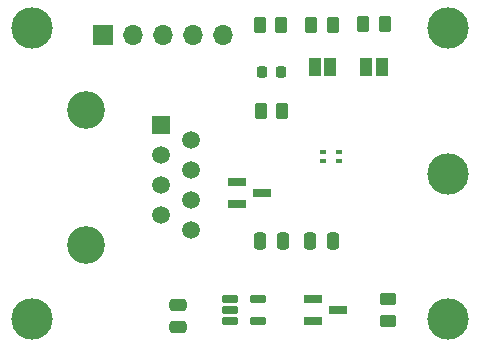
<source format=gbr>
%TF.GenerationSoftware,KiCad,Pcbnew,7.0.9*%
%TF.CreationDate,2024-04-09T01:08:52-04:00*%
%TF.ProjectId,WIRED_SHT40_revA3,57495245-445f-4534-9854-34305f726576,revA3*%
%TF.SameCoordinates,Original*%
%TF.FileFunction,Soldermask,Top*%
%TF.FilePolarity,Negative*%
%FSLAX46Y46*%
G04 Gerber Fmt 4.6, Leading zero omitted, Abs format (unit mm)*
G04 Created by KiCad (PCBNEW 7.0.9) date 2024-04-09 01:08:52*
%MOMM*%
%LPD*%
G01*
G04 APERTURE LIST*
G04 Aperture macros list*
%AMRoundRect*
0 Rectangle with rounded corners*
0 $1 Rounding radius*
0 $2 $3 $4 $5 $6 $7 $8 $9 X,Y pos of 4 corners*
0 Add a 4 corners polygon primitive as box body*
4,1,4,$2,$3,$4,$5,$6,$7,$8,$9,$2,$3,0*
0 Add four circle primitives for the rounded corners*
1,1,$1+$1,$2,$3*
1,1,$1+$1,$4,$5*
1,1,$1+$1,$6,$7*
1,1,$1+$1,$8,$9*
0 Add four rect primitives between the rounded corners*
20,1,$1+$1,$2,$3,$4,$5,0*
20,1,$1+$1,$4,$5,$6,$7,0*
20,1,$1+$1,$6,$7,$8,$9,0*
20,1,$1+$1,$8,$9,$2,$3,0*%
G04 Aperture macros list end*
%ADD10RoundRect,0.250000X-0.250000X-0.475000X0.250000X-0.475000X0.250000X0.475000X-0.250000X0.475000X0*%
%ADD11R,1.000000X1.500000*%
%ADD12C,3.500000*%
%ADD13RoundRect,0.250000X-0.262500X-0.450000X0.262500X-0.450000X0.262500X0.450000X-0.262500X0.450000X0*%
%ADD14R,1.700000X1.700000*%
%ADD15O,1.700000X1.700000*%
%ADD16RoundRect,0.250000X0.475000X-0.250000X0.475000X0.250000X-0.475000X0.250000X-0.475000X-0.250000X0*%
%ADD17RoundRect,0.070000X-0.650000X-0.300000X0.650000X-0.300000X0.650000X0.300000X-0.650000X0.300000X0*%
%ADD18RoundRect,0.250000X0.450000X-0.262500X0.450000X0.262500X-0.450000X0.262500X-0.450000X-0.262500X0*%
%ADD19C,3.200000*%
%ADD20R,1.500000X1.500000*%
%ADD21C,1.500000*%
%ADD22RoundRect,0.218750X-0.218750X-0.256250X0.218750X-0.256250X0.218750X0.256250X-0.218750X0.256250X0*%
%ADD23RoundRect,0.060000X-0.615000X0.240000X-0.615000X-0.240000X0.615000X-0.240000X0.615000X0.240000X0*%
%ADD24R,0.500000X0.300000*%
G04 APERTURE END LIST*
D10*
%TO.C,C3*%
X151958000Y-101600000D03*
X153858000Y-101600000D03*
%TD*%
D11*
%TO.C,JP3*%
X156688000Y-86868000D03*
X157988000Y-86868000D03*
%TD*%
D12*
%TO.C,H2*%
X163600000Y-83600000D03*
%TD*%
D13*
%TO.C,R3*%
X147677500Y-83312000D03*
X149502500Y-83312000D03*
%TD*%
D14*
%TO.C,J2*%
X134385000Y-84193900D03*
D15*
X136925000Y-84193900D03*
X139465000Y-84193900D03*
X142005000Y-84193900D03*
X144545000Y-84193900D03*
%TD*%
D12*
%TO.C,H1*%
X128400000Y-83600000D03*
%TD*%
%TO.C,H3*%
X163600000Y-108200000D03*
%TD*%
D13*
%TO.C,R1*%
X147775000Y-90600000D03*
X149600000Y-90600000D03*
%TD*%
D16*
%TO.C,C1*%
X140716000Y-108900000D03*
X140716000Y-107000000D03*
%TD*%
D17*
%TO.C,Q1*%
X145762000Y-96586000D03*
X145762000Y-98486000D03*
X147862000Y-97536000D03*
%TD*%
D18*
%TO.C,R5*%
X158562000Y-108354500D03*
X158562000Y-106529500D03*
%TD*%
D19*
%TO.C,J1*%
X132952700Y-90530000D03*
X132952700Y-101960000D03*
D20*
X139302700Y-91800000D03*
D21*
X141842700Y-93070000D03*
X139302700Y-94340000D03*
X141842700Y-95610000D03*
X139302700Y-96880000D03*
X141842700Y-98150000D03*
X139302700Y-99420000D03*
X141842700Y-100690000D03*
%TD*%
D13*
%TO.C,R4*%
X152041500Y-83312000D03*
X153866500Y-83312000D03*
%TD*%
D10*
%TO.C,C2*%
X147706000Y-101600000D03*
X149606000Y-101600000D03*
%TD*%
D22*
%TO.C,D1*%
X147900000Y-87298000D03*
X149475000Y-87298000D03*
%TD*%
D12*
%TO.C,H4*%
X128400000Y-108200000D03*
%TD*%
D13*
%TO.C,R2*%
X156450200Y-83245600D03*
X158275200Y-83245600D03*
%TD*%
D23*
%TO.C,U1*%
X145185000Y-106492000D03*
X145185000Y-107442000D03*
X145185000Y-108392000D03*
X147555000Y-108392000D03*
X147555000Y-106492000D03*
%TD*%
D11*
%TO.C,JP2*%
X152338000Y-86868000D03*
X153638000Y-86868000D03*
%TD*%
D24*
%TO.C,U2*%
X153004000Y-94021900D03*
X153004000Y-94821900D03*
X154404000Y-94821900D03*
X154404000Y-94021900D03*
%TD*%
D12*
%TO.C,H5*%
X163600000Y-95900000D03*
%TD*%
D17*
%TO.C,Q2*%
X152178000Y-106492000D03*
X152178000Y-108392000D03*
X154278000Y-107442000D03*
%TD*%
M02*

</source>
